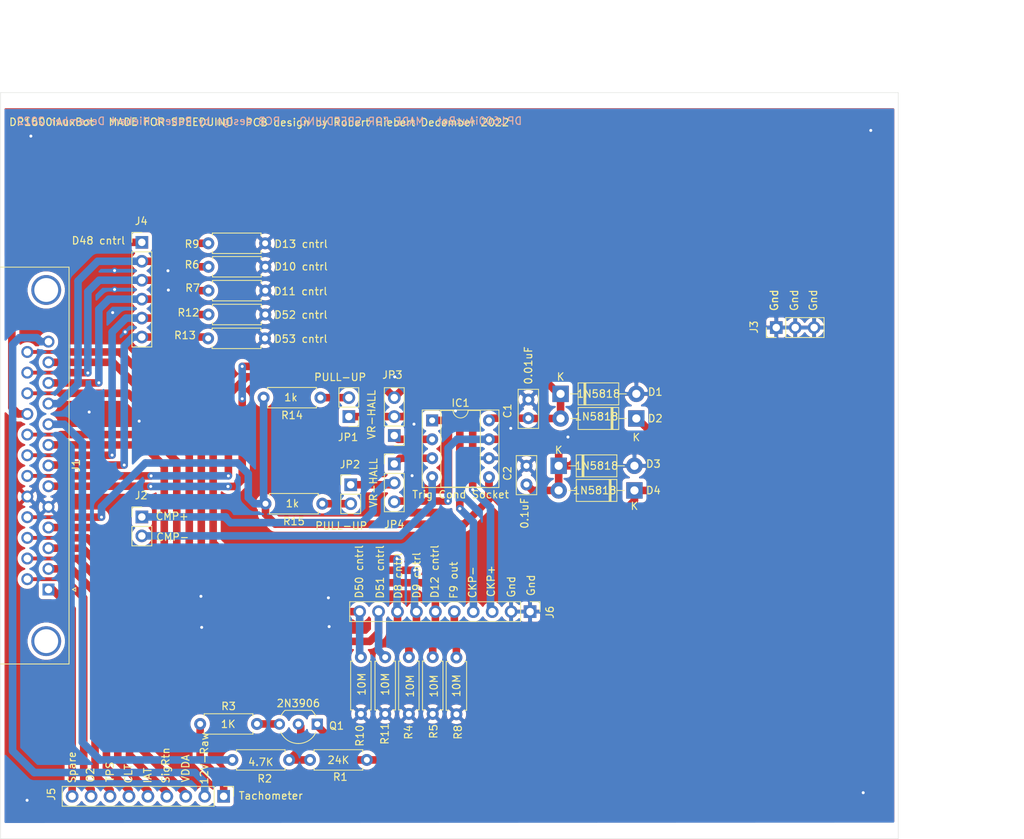
<source format=kicad_pcb>
(kicad_pcb (version 20171130) (host pcbnew "(5.1.6)-1")
  (title_block (title DP1600iAuxBot) (date 2022-11-24) (company "Robert Hiebert"))
  (layers (0 F.Cu signal hide) (31 B.Cu signal hide) (34 B.Paste user) (35 F.Paste user) (36 B.SilkS user) (37 F.SilkS user hide) (38 B.Mask user) (39 F.Mask user) (44 Edge.Cuts user))
  (net 0 "")
  (net 1 MCU-D19)
  (net 2 GND)
  (net 3 MCU-D18)
  (net 4 VDD)
  (net 5 "Net-(IC1-Pad3)")
  (net 6 "Net-(IC1-Pad2)")
  (net 7 Tachometer)
  (net 8 12V-Raw)
  (net 9 D8-control)
  (net 10 D9-control)
  (net 11 D10-control)
  (net 12 D11-control)
  (net 13 D12-control)
  (net 14 D13-control)
  (net 15 D48-control)
  (net 16 D49-control)
  (net 17 D50-control)
  (net 18 D51-control)
  (net 19 D52-control)
  (net 20 D53-control)
  (net 21 SigRtn)
  (net 22 CLT_Sensor)
  (net 23 O2_Sensor)
  (net 24 IAT_Sensor)
  (net 25 TPS_Sensor)
  (net 26 Spare-ADC)
  (net 27 "Net-(JP1-Pad2)")
  (net 28 "Net-(Q1-Pad3)")
  (net 29 "Net-(Q1-Pad2)")
  (net 30 VDDA)
  (net 31 CMP-)
  (net 32 CKP-)
  (net 33 CMP+)
  (net 34 F9-out)
  (net 35 CKP+)
  (net 36 "Net-(JP2-Pad2)")
  (module Resistor_THT:R_Axial_DIN0207_L6.3mm_D2.5mm_P7.62mm_Horizontal (layer F.Cu) (at 144.8562 82.042 180)
    (fp_text reference R15 (at 3.81 -2.37) (layer F.SilkS))
    (fp_text value 1k (at 4.0132 0.0254) (layer F.SilkS))
    (pad 2 thru_hole oval (at 7.62 0 180) (size 1.6 1.6) (drill 0.8) (layers *.Cu *.Mask) (net 4 VDD))
    (pad 1 thru_hole circle (at 0 0 180) (size 1.6 1.6) (drill 0.8) (layers *.Cu *.Mask) (net 36 "Net-(JP2-Pad2)"))
  )
  (module Resistor_THT:R_Axial_DIN0207_L6.3mm_D2.5mm_P7.62mm_Horizontal (layer F.Cu) (at 144.6022 67.818 180)
    (fp_text reference R14 (at 3.81 -2.37) (layer F.SilkS))
    (fp_text value 1k (at 3.9624 0.0254) (layer F.SilkS))
    (pad 2 thru_hole oval (at 7.62 0 180) (size 1.6 1.6) (drill 0.8) (layers *.Cu *.Mask) (net 4 VDD))
    (pad 1 thru_hole circle (at 0 0 180) (size 1.6 1.6) (drill 0.8) (layers *.Cu *.Mask) (net 27 "Net-(JP1-Pad2)"))
  )
  (module Resistor_THT:R_Axial_DIN0207_L6.3mm_D2.5mm_P7.62mm_Horizontal (layer F.Cu) (at 137.16 59.8678 180)
    (fp_text reference R13 (at 10.7188 0.4064) (layer F.SilkS))
    (fp_text value 10M)
    (pad 2 thru_hole oval (at 7.62 0 180) (size 1.6 1.6) (drill 0.8) (layers *.Cu *.Mask) (net 20 D53-control))
    (pad 1 thru_hole circle (at 0 0 180) (size 1.6 1.6) (drill 0.8) (layers *.Cu *.Mask) (net 2 GND))
  )
  (module Resistor_THT:R_Axial_DIN0207_L6.3mm_D2.5mm_P7.62mm_Horizontal (layer F.Cu) (at 137.2108 56.6674 180)
    (fp_text reference R12 (at 10.3124 0.254) (layer F.SilkS))
    (fp_text value 10M)
    (pad 2 thru_hole oval (at 7.62 0 180) (size 1.6 1.6) (drill 0.8) (layers *.Cu *.Mask) (net 19 D52-control))
    (pad 1 thru_hole circle (at 0 0 180) (size 1.6 1.6) (drill 0.8) (layers *.Cu *.Mask) (net 2 GND))
  )
  (module Resistor_THT:R_Axial_DIN0207_L6.3mm_D2.5mm_P7.62mm_Horizontal (layer F.Cu) (at 153.289 110.24616 90)
    (fp_text reference R11 (at -2.6543 -0.04826 90) (layer F.SilkS))
    (fp_text value 10M (at 3.99542 0.00254 90) (layer F.SilkS))
    (pad 2 thru_hole oval (at 7.62 0 90) (size 1.6 1.6) (drill 0.8) (layers *.Cu *.Mask) (net 18 D51-control))
    (pad 1 thru_hole circle (at 0 0 90) (size 1.6 1.6) (drill 0.8) (layers *.Cu *.Mask) (net 2 GND))
  )
  (module Resistor_THT:R_Axial_DIN0207_L6.3mm_D2.5mm_P7.62mm_Horizontal (layer F.Cu) (at 150.02764 110.24616 90)
    (fp_text reference R10 (at -2.9083 -0.1397 90) (layer F.SilkS))
    (fp_text value 10M (at 3.99542 0.1143 90) (layer F.SilkS))
    (pad 2 thru_hole oval (at 7.62 0 90) (size 1.6 1.6) (drill 0.8) (layers *.Cu *.Mask) (net 17 D50-control))
    (pad 1 thru_hole circle (at 0 0 90) (size 1.6 1.6) (drill 0.8) (layers *.Cu *.Mask) (net 2 GND))
  )
  (module Resistor_THT:R_Axial_DIN0207_L6.3mm_D2.5mm_P7.62mm_Horizontal (layer F.Cu) (at 137.1854 47.117 180)
    (fp_text reference R9 (at 9.8044 -0.1016) (layer F.SilkS))
    (fp_text value 10M)
    (pad 2 thru_hole oval (at 7.62 0 180) (size 1.6 1.6) (drill 0.8) (layers *.Cu *.Mask) (net 14 D13-control))
    (pad 1 thru_hole circle (at 0 0 180) (size 1.6 1.6) (drill 0.8) (layers *.Cu *.Mask) (net 2 GND))
  )
  (module Resistor_THT:R_Axial_DIN0207_L6.3mm_D2.5mm_P7.62mm_Horizontal (layer F.Cu) (at 162.8394 110.2868 90)
    (fp_text reference R8 (at -2.40284 0.21336 90) (layer F.SilkS))
    (fp_text value 10M (at 3.8354 0.01016 90) (layer F.SilkS))
    (pad 2 thru_hole oval (at 7.62 0 90) (size 1.6 1.6) (drill 0.8) (layers *.Cu *.Mask) (net 13 D12-control))
    (pad 1 thru_hole circle (at 0 0 90) (size 1.6 1.6) (drill 0.8) (layers *.Cu *.Mask) (net 2 GND))
  )
  (module Resistor_THT:R_Axial_DIN0207_L6.3mm_D2.5mm_P7.62mm_Horizontal (layer F.Cu) (at 137.2108 53.467 180)
    (fp_text reference R7 (at 9.7536 0.3556) (layer F.SilkS))
    (fp_text value 10M)
    (pad 2 thru_hole oval (at 7.62 0 180) (size 1.6 1.6) (drill 0.8) (layers *.Cu *.Mask) (net 12 D11-control))
    (pad 1 thru_hole circle (at 0 0 180) (size 1.6 1.6) (drill 0.8) (layers *.Cu *.Mask) (net 2 GND))
  )
  (module Resistor_THT:R_Axial_DIN0207_L6.3mm_D2.5mm_P7.62mm_Horizontal (layer F.Cu) (at 137.2108 50.2666 180)
    (fp_text reference R6 (at 9.8298 0.2794) (layer F.SilkS))
    (fp_text value 10M)
    (pad 2 thru_hole oval (at 7.62 0 180) (size 1.6 1.6) (drill 0.8) (layers *.Cu *.Mask) (net 11 D10-control))
    (pad 1 thru_hole circle (at 0 0 180) (size 1.6 1.6) (drill 0.8) (layers *.Cu *.Mask) (net 2 GND))
  )
  (module Resistor_THT:R_Axial_DIN0207_L6.3mm_D2.5mm_P7.62mm_Horizontal (layer F.Cu) (at 159.6644 110.236 90)
    (fp_text reference R5 (at -2.35204 0.11176 90) (layer F.SilkS))
    (fp_text value 10M (at 3.73888 0.16256 90) (layer F.SilkS))
    (pad 2 thru_hole oval (at 7.62 0 90) (size 1.6 1.6) (drill 0.8) (layers *.Cu *.Mask) (net 10 D9-control))
    (pad 1 thru_hole circle (at 0 0 90) (size 1.6 1.6) (drill 0.8) (layers *.Cu *.Mask) (net 2 GND))
  )
  (module Resistor_THT:R_Axial_DIN0207_L6.3mm_D2.5mm_P7.62mm_Horizontal (layer F.Cu) (at 156.464 110.236 90)
    (fp_text reference R4 (at -2.45364 -0.04064 90) (layer F.SilkS))
    (fp_text value 10M (at 3.73888 0.16256 90) (layer F.SilkS))
    (pad 2 thru_hole oval (at 7.62 0 90) (size 1.6 1.6) (drill 0.8) (layers *.Cu *.Mask) (net 9 D8-control))
    (pad 1 thru_hole circle (at 0 0 90) (size 1.6 1.6) (drill 0.8) (layers *.Cu *.Mask) (net 2 GND))
  )
  (module Resistor_THT:R_Axial_DIN0207_L6.3mm_D2.5mm_P7.62mm_Horizontal (layer F.Cu) (at 128.4732 111.5822)
    (fp_text reference R3 (at 3.81 -2.37) (layer F.SilkS))
    (fp_text value 1K (at 3.7592 0.0254) (layer F.SilkS))
    (pad 2 thru_hole oval (at 7.62 0) (size 1.6 1.6) (drill 0.8) (layers *.Cu *.Mask) (net 28 "Net-(Q1-Pad3)"))
    (pad 1 thru_hole circle (at 0 0) (size 1.6 1.6) (drill 0.8) (layers *.Cu *.Mask) (net 7 Tachometer))
  )
  (module Resistor_THT:R_Axial_DIN0207_L6.3mm_D2.5mm_P7.62mm_Horizontal (layer F.Cu) (at 132.7912 116.4082)
    (fp_text reference R2 (at 4.3434 2.5146) (layer F.SilkS))
    (fp_text value 4.7K (at 3.81 0.2921) (layer F.SilkS))
    (pad 2 thru_hole oval (at 7.62 0) (size 1.6 1.6) (drill 0.8) (layers *.Cu *.Mask) (net 29 "Net-(Q1-Pad2)"))
    (pad 1 thru_hole circle (at 0 0) (size 1.6 1.6) (drill 0.8) (layers *.Cu *.Mask) (net 16 D49-control))
  )
  (module Resistor_THT:R_Axial_DIN0207_L6.3mm_D2.5mm_P7.62mm_Horizontal (layer F.Cu) (at 143.2052 116.4082)
    (fp_text reference R1 (at 4.064 2.286) (layer F.SilkS))
    (fp_text value 24K (at 3.81 0.0254) (layer F.SilkS))
    (pad 2 thru_hole oval (at 7.62 0) (size 1.6 1.6) (drill 0.8) (layers *.Cu *.Mask) (net 34 F9-out))
    (pad 1 thru_hole circle (at 0 0) (size 1.6 1.6) (drill 0.8) (layers *.Cu *.Mask) (net 29 "Net-(Q1-Pad2)"))
  )
  (module Package_TO_SOT_THT:TO-92_Inline_Wide (layer F.Cu) (at 144.1831 111.6076 180)
    (fp_text reference Q1 (at -2.5781 -0.2286) (layer F.SilkS))
    (fp_text value 2N3906 (at 2.54 2.79) (layer F.SilkS))
    (pad 1 thru_hole rect (at 0 0 270) (size 1.5 1.5) (drill 0.8) (layers *.Cu *.Mask) (net 34 F9-out))
    (pad 3 thru_hole circle (at 5.08 0 270) (size 1.5 1.5) (drill 0.8) (layers *.Cu *.Mask) (net 28 "Net-(Q1-Pad3)"))
    (pad 2 thru_hole circle (at 2.54 0 270) (size 1.5 1.5) (drill 0.8) (layers *.Cu *.Mask) (net 29 "Net-(Q1-Pad2)"))
  )
  (module Connector_PinHeader_2.54mm:PinHeader_1x03_P2.54mm_Vertical (layer F.Cu) (at 154.5082 76.708)
    (fp_text reference JP4 (at 0 8.128) (layer F.SilkS))
    (fp_text value VR-HALL (at -2.794 2.54 90) (layer F.SilkS))
    (pad 3 thru_hole oval (at 0 5.08) (size 1.7 1.7) (drill 1) (layers *.Cu *.Mask) (net 3 MCU-D18))
    (pad 2 thru_hole oval (at 0 2.54) (size 1.7 1.7) (drill 1) (layers *.Cu *.Mask) (net 33 CMP+))
    (pad 1 thru_hole rect (at 0 0) (size 1.7 1.7) (drill 1) (layers *.Cu *.Mask) (net 5 "Net-(IC1-Pad3)"))
  )
  (module Connector_PinHeader_2.54mm:PinHeader_1x03_P2.54mm_Vertical (layer F.Cu) (at 154.5082 72.898 180)
    (fp_text reference JP3 (at 0.254 8.128) (layer F.SilkS))
    (fp_text value VR-HALL (at 3.048 2.794 90) (layer F.SilkS))
    (pad 3 thru_hole oval (at 0 5.08 180) (size 1.7 1.7) (drill 1) (layers *.Cu *.Mask) (net 1 MCU-D19))
    (pad 2 thru_hole oval (at 0 2.54 180) (size 1.7 1.7) (drill 1) (layers *.Cu *.Mask) (net 35 CKP+))
    (pad 1 thru_hole rect (at 0 0 180) (size 1.7 1.7) (drill 1) (layers *.Cu *.Mask) (net 6 "Net-(IC1-Pad2)"))
  )
  (module Connector_PinHeader_2.54mm:PinHeader_1x02_P2.54mm_Vertical (layer F.Cu) (at 148.6662 79.502)
    (fp_text reference JP2 (at -0.1016 -2.7178) (layer F.SilkS))
    (fp_text value PULL-UP (at -1.27 5.5118) (layer F.SilkS))
    (pad 2 thru_hole oval (at 0 2.54) (size 1.7 1.7) (drill 1) (layers *.Cu *.Mask) (net 36 "Net-(JP2-Pad2)"))
    (pad 1 thru_hole rect (at 0 0) (size 1.7 1.7) (drill 1) (layers *.Cu *.Mask) (net 33 CMP+))
  )
  (module Connector_PinHeader_2.54mm:PinHeader_1x02_P2.54mm_Vertical (layer F.Cu) (at 148.4122 70.358 180)
    (fp_text reference JP1 (at 0.1016 -2.7686) (layer F.SilkS))
    (fp_text value PULL-UP (at 1.1684 5.2832) (layer F.SilkS))
    (pad 2 thru_hole oval (at 0 2.54 180) (size 1.7 1.7) (drill 1) (layers *.Cu *.Mask) (net 27 "Net-(JP1-Pad2)"))
    (pad 1 thru_hole rect (at 0 0 180) (size 1.7 1.7) (drill 1) (layers *.Cu *.Mask) (net 35 CKP+))
  )
  (module Connector_PinHeader_2.54mm:PinHeader_1x10_P2.54mm_Vertical (layer F.Cu) (at 172.72 96.52 270)
    (fp_text reference J6 (at 0.0889 -2.6543 90) (layer F.SilkS))
    (fp_text value Conn_01x10)
    (pad 10 thru_hole oval (at 0 22.86 270) (size 1.7 1.7) (drill 1) (layers *.Cu *.Mask) (net 17 D50-control))
    (pad 9 thru_hole oval (at 0 20.32 270) (size 1.7 1.7) (drill 1) (layers *.Cu *.Mask) (net 18 D51-control))
    (pad 8 thru_hole oval (at 0 17.78 270) (size 1.7 1.7) (drill 1) (layers *.Cu *.Mask) (net 9 D8-control))
    (pad 7 thru_hole oval (at 0 15.24 270) (size 1.7 1.7) (drill 1) (layers *.Cu *.Mask) (net 10 D9-control))
    (pad 6 thru_hole oval (at 0 12.7 270) (size 1.7 1.7) (drill 1) (layers *.Cu *.Mask) (net 13 D12-control))
    (pad 5 thru_hole oval (at 0 10.16 270) (size 1.7 1.7) (drill 1) (layers *.Cu *.Mask) (net 34 F9-out))
    (pad 4 thru_hole oval (at 0 7.62 270) (size 1.7 1.7) (drill 1) (layers *.Cu *.Mask) (net 32 CKP-))
    (pad 3 thru_hole oval (at 0 5.08 270) (size 1.7 1.7) (drill 1) (layers *.Cu *.Mask) (net 35 CKP+))
    (pad 2 thru_hole oval (at 0 2.54 270) (size 1.7 1.7) (drill 1) (layers *.Cu *.Mask) (net 2 GND))
    (pad 1 thru_hole rect (at 0 0 270) (size 1.7 1.7) (drill 1) (layers *.Cu *.Mask) (net 2 GND))
  )
  (module Connector_PinHeader_2.54mm:PinHeader_1x09_P2.54mm_Vertical (layer F.Cu) (at 131.6228 121.285 270)
    (fp_text reference J5 (at -0.2794 23.114 90) (layer F.SilkS))
    (fp_text value Conn_01x09)
    (pad 9 thru_hole oval (at 0 20.32 270) (size 1.7 1.7) (drill 1) (layers *.Cu *.Mask) (net 26 Spare-ADC))
    (pad 8 thru_hole oval (at 0 17.78 270) (size 1.7 1.7) (drill 1) (layers *.Cu *.Mask) (net 23 O2_Sensor))
    (pad 7 thru_hole oval (at 0 15.24 270) (size 1.7 1.7) (drill 1) (layers *.Cu *.Mask) (net 25 TPS_Sensor))
    (pad 6 thru_hole oval (at 0 12.7 270) (size 1.7 1.7) (drill 1) (layers *.Cu *.Mask) (net 22 CLT_Sensor))
    (pad 5 thru_hole oval (at 0 10.16 270) (size 1.7 1.7) (drill 1) (layers *.Cu *.Mask) (net 24 IAT_Sensor))
    (pad 4 thru_hole oval (at 0 7.62 270) (size 1.7 1.7) (drill 1) (layers *.Cu *.Mask) (net 21 SigRtn))
    (pad 3 thru_hole oval (at 0 5.08 270) (size 1.7 1.7) (drill 1) (layers *.Cu *.Mask) (net 30 VDDA))
    (pad 2 thru_hole oval (at 0 2.54 270) (size 1.7 1.7) (drill 1) (layers *.Cu *.Mask) (net 8 12V-Raw))
    (pad 1 thru_hole rect (at 0 0 270) (size 1.7 1.7) (drill 1) (layers *.Cu *.Mask) (net 7 Tachometer))
  )
  (module Connector_PinHeader_2.54mm:PinHeader_1x06_P2.54mm_Vertical (layer F.Cu) (at 120.65 46.99)
    (fp_text reference J4 (at -0.0889 -2.8448) (layer F.SilkS))
    (fp_text value Conn_01x06)
    (pad 6 thru_hole oval (at 0 12.7) (size 1.7 1.7) (drill 1) (layers *.Cu *.Mask) (net 20 D53-control))
    (pad 5 thru_hole oval (at 0 10.16) (size 1.7 1.7) (drill 1) (layers *.Cu *.Mask) (net 19 D52-control))
    (pad 4 thru_hole oval (at 0 7.62) (size 1.7 1.7) (drill 1) (layers *.Cu *.Mask) (net 12 D11-control))
    (pad 3 thru_hole oval (at 0 5.08) (size 1.7 1.7) (drill 1) (layers *.Cu *.Mask) (net 11 D10-control))
    (pad 2 thru_hole oval (at 0 2.54) (size 1.7 1.7) (drill 1) (layers *.Cu *.Mask) (net 14 D13-control))
    (pad 1 thru_hole rect (at 0 0) (size 1.7 1.7) (drill 1) (layers *.Cu *.Mask) (net 15 D48-control))
  )
  (module Connector_PinHeader_2.54mm:PinHeader_1x03_P2.54mm_Vertical (layer F.Cu) (at 205.74 58.42 90)
    (fp_text reference J3 (at 0.0635 -2.9845 90) (layer F.SilkS))
    (fp_text value Conn_01x03)
    (pad 3 thru_hole oval (at 0 5.08 90) (size 1.7 1.7) (drill 1) (layers *.Cu *.Mask) (net 2 GND))
    (pad 2 thru_hole oval (at 0 2.54 90) (size 1.7 1.7) (drill 1) (layers *.Cu *.Mask) (net 2 GND))
    (pad 1 thru_hole rect (at 0 0 90) (size 1.7 1.7) (drill 1) (layers *.Cu *.Mask) (net 2 GND))
  )
  (module Connector_PinHeader_2.54mm:PinHeader_1x02_P2.54mm_Vertical (layer F.Cu) (at 120.65 83.82)
    (fp_text reference J2 (at -0.0889 -2.8829) (layer F.SilkS))
    (fp_text value Conn_01x02)
    (pad 2 thru_hole oval (at 0 2.54) (size 1.7 1.7) (drill 1) (layers *.Cu *.Mask) (net 31 CMP-))
    (pad 1 thru_hole rect (at 0 0) (size 1.7 1.7) (drill 1) (layers *.Cu *.Mask) (net 33 CMP+))
  )
  (module Package_DIP:DIP-8_W7.62mm_Socket (layer F.Cu) (at 159.5882 70.866)
    (fp_text reference IC1 (at 3.81 -2.33) (layer F.SilkS))
    (fp_text value "Trig Cond Socket" (at 3.81 9.95) (layer F.SilkS))
    (pad 8 thru_hole oval (at 7.62 0) (size 1.6 1.6) (drill 0.8) (layers *.Cu *.Mask) (net 1 MCU-D19))
    (pad 4 thru_hole oval (at 0 7.62) (size 1.6 1.6) (drill 0.8) (layers *.Cu *.Mask) (net 31 CMP-))
    (pad 7 thru_hole oval (at 7.62 2.54) (size 1.6 1.6) (drill 0.8) (layers *.Cu *.Mask) (net 3 MCU-D18))
    (pad 3 thru_hole oval (at 0 5.08) (size 1.6 1.6) (drill 0.8) (layers *.Cu *.Mask) (net 5 "Net-(IC1-Pad3)"))
    (pad 6 thru_hole oval (at 7.62 5.08) (size 1.6 1.6) (drill 0.8) (layers *.Cu *.Mask) (net 2 GND))
    (pad 2 thru_hole oval (at 0 2.54) (size 1.6 1.6) (drill 0.8) (layers *.Cu *.Mask) (net 6 "Net-(IC1-Pad2)"))
    (pad 5 thru_hole oval (at 7.62 7.62) (size 1.6 1.6) (drill 0.8) (layers *.Cu *.Mask) (net 4 VDD))
    (pad 1 thru_hole rect (at 0 0) (size 1.6 1.6) (drill 0.8) (layers *.Cu *.Mask) (net 32 CKP-))
  )
  (module Diode_THT:D_DO-41_SOD81_P10.16mm_Horizontal (layer F.Cu) (at 186.7154 80.264 180)
    (fp_text reference D4 (at -2.54 0) (layer F.SilkS))
    (fp_text value 1N5818 (at 5.334 0) (layer F.SilkS))
    (fp_text user K (at 0 -2.1) (layer F.SilkS))
    (pad 2 thru_hole oval (at 10.16 0 180) (size 2.2 2.2) (drill 1.1) (layers *.Cu *.Mask) (net 3 MCU-D18))
    (pad 1 thru_hole rect (at 0 0 180) (size 2.2 2.2) (drill 1.1) (layers *.Cu *.Mask) (net 4 VDD))
  )
  (module Diode_THT:D_DO-41_SOD81_P10.16mm_Horizontal (layer F.Cu) (at 176.5554 76.962)
    (fp_text reference D3 (at 12.7 -0.254) (layer F.SilkS))
    (fp_text value 1N5818 (at 5.08 0) (layer F.SilkS))
    (fp_text user K (at 0 -2.1) (layer F.SilkS))
    (pad 2 thru_hole oval (at 10.16 0) (size 2.2 2.2) (drill 1.1) (layers *.Cu *.Mask) (net 2 GND))
    (pad 1 thru_hole rect (at 0 0) (size 2.2 2.2) (drill 1.1) (layers *.Cu *.Mask) (net 3 MCU-D18))
  )
  (module Diode_THT:D_DO-41_SOD81_P10.16mm_Horizontal (layer F.Cu) (at 186.9694 70.612 180)
    (fp_text reference D2 (at -2.54 0) (layer F.SilkS))
    (fp_text value 1N5818 (at 5.334 0.254) (layer F.SilkS))
    (fp_text user K (at 0 -2.54) (layer F.SilkS))
    (pad 2 thru_hole oval (at 10.16 0 180) (size 2.2 2.2) (drill 1.1) (layers *.Cu *.Mask) (net 1 MCU-D19))
    (pad 1 thru_hole rect (at 0 0 180) (size 2.2 2.2) (drill 1.1) (layers *.Cu *.Mask) (net 4 VDD))
  )
  (module Diode_THT:D_DO-41_SOD81_P10.16mm_Horizontal (layer F.Cu) (at 176.8094 67.31)
    (fp_text reference D1 (at 12.7 -0.254) (layer F.SilkS))
    (fp_text value 1N5818 (at 5.08 0) (layer F.SilkS))
    (fp_text user K (at 0 -2.286) (layer F.SilkS))
    (pad 2 thru_hole oval (at 10.16 0) (size 2.2 2.2) (drill 1.1) (layers *.Cu *.Mask) (net 2 GND))
    (pad 1 thru_hole rect (at 0 0) (size 2.2 2.2) (drill 1.1) (layers *.Cu *.Mask) (net 1 MCU-D19))
  )
  (module Capacitor_THT:C_Disc_D5.0mm_W2.5mm_P2.50mm (layer F.Cu) (at 172.2374 76.962 270)
    (fp_text reference C2 (at 1.016 2.54 90) (layer F.SilkS))
    (fp_text value 0.1uF (at 6.35 0.254 90) (layer F.SilkS))
    (pad 2 thru_hole circle (at 2.5 0 270) (size 1.6 1.6) (drill 0.8) (layers *.Cu *.Mask) (net 3 MCU-D18))
    (pad 1 thru_hole circle (at 0 0 270) (size 1.6 1.6) (drill 0.8) (layers *.Cu *.Mask) (net 2 GND))
  )
  (module Capacitor_THT:C_Disc_D5.0mm_W2.5mm_P2.50mm (layer F.Cu) (at 172.4914 68.072 270)
    (fp_text reference C1 (at 1.524 2.794 90) (layer F.SilkS))
    (fp_text value 0.01uF (at -4.572 0 90) (layer F.SilkS))
    (pad 2 thru_hole circle (at 2.5 0 270) (size 1.6 1.6) (drill 0.8) (layers *.Cu *.Mask) (net 1 MCU-D19))
    (pad 1 thru_hole circle (at 0 0 270) (size 1.6 1.6) (drill 0.8) (layers *.Cu *.Mask) (net 2 GND))
  )
  (module Connector_Dsub:DSUB-25_Female_Horizontal_P2.77x2.84mm_EdgePinOffset4.94mm_Housed_MountingHolesOffset7.48mm (layer F.Cu) (at 108.1278 93.5482 270)
    (fp_text reference J1 (at -16.62 -3.7 90) (layer F.SilkS))
    (fp_text value DB25_Female)
    (pad 0 thru_hole circle (at 6.93 0.3 270) (size 4 4) (drill 3.2) (layers *.Cu *.Mask))
    (pad 0 thru_hole circle (at -40.17 0.3 270) (size 4 4) (drill 3.2) (layers *.Cu *.Mask))
    (pad 25 thru_hole circle (at -31.855 2.84 270) (size 1.6 1.6) (drill 1) (layers *.Cu *.Mask) (net 9 D8-control))
    (pad 24 thru_hole circle (at -29.085 2.84 270) (size 1.6 1.6) (drill 1) (layers *.Cu *.Mask) (net 11 D10-control))
    (pad 23 thru_hole circle (at -26.315 2.84 270) (size 1.6 1.6) (drill 1) (layers *.Cu *.Mask) (net 13 D12-control))
    (pad 22 thru_hole circle (at -23.545 2.84 270) (size 1.6 1.6) (drill 1) (layers *.Cu *.Mask) (net 15 D48-control))
    (pad 21 thru_hole circle (at -20.775 2.84 270) (size 1.6 1.6) (drill 1) (layers *.Cu *.Mask) (net 17 D50-control))
    (pad 20 thru_hole circle (at -18.005 2.84 270) (size 1.6 1.6) (drill 1) (layers *.Cu *.Mask) (net 19 D52-control))
    (pad 19 thru_hole circle (at -15.235 2.84 270) (size 1.6 1.6) (drill 1) (layers *.Cu *.Mask) (net 1 MCU-D19))
    (pad 18 thru_hole circle (at -12.465 2.84 270) (size 1.6 1.6) (drill 1) (layers *.Cu *.Mask) (net 2 GND))
    (pad 17 thru_hole circle (at -9.695 2.84 270) (size 1.6 1.6) (drill 1) (layers *.Cu *.Mask) (net 4 VDD))
    (pad 16 thru_hole circle (at -6.925 2.84 270) (size 1.6 1.6) (drill 1) (layers *.Cu *.Mask) (net 21 SigRtn))
    (pad 15 thru_hole circle (at -4.155 2.84 270) (size 1.6 1.6) (drill 1) (layers *.Cu *.Mask) (net 22 CLT_Sensor))
    (pad 14 thru_hole circle (at -1.385 2.84 270) (size 1.6 1.6) (drill 1) (layers *.Cu *.Mask) (net 23 O2_Sensor))
    (pad 13 thru_hole circle (at -33.24 0 270) (size 1.6 1.6) (drill 1) (layers *.Cu *.Mask) (net 8 12V-Raw))
    (pad 12 thru_hole circle (at -30.47 0 270) (size 1.6 1.6) (drill 1) (layers *.Cu *.Mask) (net 10 D9-control))
    (pad 11 thru_hole circle (at -27.7 0 270) (size 1.6 1.6) (drill 1) (layers *.Cu *.Mask) (net 12 D11-control))
    (pad 10 thru_hole circle (at -24.93 0 270) (size 1.6 1.6) (drill 1) (layers *.Cu *.Mask) (net 14 D13-control))
    (pad 9 thru_hole circle (at -22.16 0 270) (size 1.6 1.6) (drill 1) (layers *.Cu *.Mask) (net 16 D49-control))
    (pad 8 thru_hole circle (at -19.39 0 270) (size 1.6 1.6) (drill 1) (layers *.Cu *.Mask) (net 18 D51-control))
    (pad 7 thru_hole circle (at -16.62 0 270) (size 1.6 1.6) (drill 1) (layers *.Cu *.Mask) (net 20 D53-control))
    (pad 6 thru_hole circle (at -13.85 0 270) (size 1.6 1.6) (drill 1) (layers *.Cu *.Mask) (net 3 MCU-D18))
    (pad 5 thru_hole circle (at -11.08 0 270) (size 1.6 1.6) (drill 1) (layers *.Cu *.Mask) (net 2 GND))
    (pad 4 thru_hole circle (at -8.31 0 270) (size 1.6 1.6) (drill 1) (layers *.Cu *.Mask) (net 30 VDDA))
    (pad 3 thru_hole circle (at -5.54 0 270) (size 1.6 1.6) (drill 1) (layers *.Cu *.Mask) (net 24 IAT_Sensor))
    (pad 2 thru_hole circle (at -2.77 0 270) (size 1.6 1.6) (drill 1) (layers *.Cu *.Mask) (net 25 TPS_Sensor))
    (pad 1 thru_hole rect (at 0 0 270) (size 1.6 1.6) (drill 1) (layers *.Cu *.Mask) (net 26 Spare-ADC))
  )
  (gr_text DP1600iAuxBot (at 165.9636 30.7086) (layer B.SilkS) (effects (font (size 1 1)) (justify mirror)))
  (gr_text DP1600iAuxBot (at 108.5342 30.861) (layer F.SilkS) (effects (font (size 1 1))))
  (gr_text "MADE FOR SPEEDUINO" (at 150.1394 30.7594) (layer B.SilkS) (effects (font (size 1 1)) (justify mirror)))
  (gr_text "PCB design by Robert Hiebert December 2022" (at 121.539 30.734) (layer B.SilkS) (effects (font (size 1 1)) (justify mirror)))
  (gr_text "PCB design by Robert Hiebert December 2022" (at 152.2222 30.9118) (layer F.SilkS) (effects (font (size 1 1))))
  (gr_text "MADE FOR SPEEDUINO" (at 124.5616 30.861) (layer F.SilkS) (effects (font (size 1 1))))
  (gr_text "D53 cntrl" (at 141.986 59.944) (layer F.SilkS) (effects (font (size 1 1))))
  (gr_text "D52 cntrl" (at 141.986 56.7182) (layer F.SilkS) (effects (font (size 1 1))))
  (gr_text "D11 cntrl" (at 141.9606 53.5686) (layer F.SilkS) (effects (font (size 1 1))))
  (gr_text "D10 cntrl" (at 142.0114 50.2412) (layer F.SilkS) (effects (font (size 1 1))))
  (gr_text "D13 cntrl" (at 142.0114 47.2186) (layer F.SilkS) (effects (font (size 1 1))))
  (gr_text "D48 cntrl" (at 114.8334 46.7614) (layer F.SilkS) (effects (font (size 1 1))))
  (gr_text CMP- (at 124.7902 86.5124) (layer F.SilkS) (effects (font (size 1 1))))
  (gr_text CMP+ (at 124.714 83.7184) (layer F.SilkS) (effects (font (size 1 1))))
  (gr_text Spare (at 111.2774 117.3988 90) (layer F.SilkS) (effects (font (size 1 1))))
  (gr_text O2 (at 113.7412 118.4148 90) (layer F.SilkS) (effects (font (size 1 1))))
  (gr_text TPS (at 116.3828 118.0084 90) (layer F.SilkS) (effects (font (size 1 1))))
  (gr_text CLT (at 118.8466 118.2624 90) (layer F.SilkS) (effects (font (size 1 1))))
  (gr_text IAT (at 121.4374 118.491 90) (layer F.SilkS) (effects (font (size 1 1))))
  (gr_text SigRtn (at 123.8504 117.1448 90) (layer F.SilkS) (effects (font (size 1 1))))
  (gr_text VDDA (at 126.5174 117.5512 90) (layer F.SilkS) (effects (font (size 1 1))))
  (gr_text 12V-Raw (at 129.032 116.205 90) (layer F.SilkS) (effects (font (size 1 1))))
  (gr_text Tachometer (at 137.9474 121.2088) (layer F.SilkS) (effects (font (size 1 1))))
  (gr_text "D50 cntrl" (at 149.8092 91.1606 90) (layer F.SilkS) (effects (font (size 1 1))))
  (gr_text "D51 cntrl" (at 152.6032 91.186 90) (layer F.SilkS) (effects (font (size 1 1))))
  (gr_text "D8 cntrl" (at 155.0416 91.694 90) (layer F.SilkS) (effects (font (size 1 1))))
  (gr_text "D9 cntrl" (at 157.5054 91.6432 90) (layer F.SilkS) (effects (font (size 1 1))))
  (gr_text "D12 cntrl" (at 159.9438 91.1352 90) (layer F.SilkS) (effects (font (size 1 1))))
  (gr_text "F9 out" (at 162.4838 92.3036 90) (layer F.SilkS) (effects (font (size 1 1))))
  (gr_text CKP- (at 164.9984 92.583 90) (layer F.SilkS) (effects (font (size 1 1))))
  (gr_text CKP+ (at 167.4876 92.4306 90) (layer F.SilkS) (effects (font (size 1 1))))
  (gr_text Gnd (at 170.2054 93.1926 90) (layer F.SilkS) (effects (font (size 1.016 1.016) (thickness 0.1524))))
  (gr_text Gnd (at 172.847 92.9894 90) (layer F.SilkS) (effects (font (size 1.016 1.016) (thickness 0.1524))))
  (gr_text Gnd (at 210.693 54.7624 90) (layer F.SilkS) (effects (font (size 1.016 1.016) (thickness 0.1524))))
  (gr_text Gnd (at 208.153 54.7624 90) (layer F.SilkS) (effects (font (size 1.016 1.016) (thickness 0.1524))))
  (gr_text Gnd (at 205.4606 54.7624 90) (layer F.SilkS) (effects (font (size 1.016 1.016) (thickness 0.1524))))
  (gr_text Gnd (at 205.4606 54.7624 90) (layer F.SilkS) (effects (font (size 1.016 1.016) (thickness 0.1524))))
  (gr_line (start 101.7016 26.8986) (end 101.7016 126.9746) (layer Edge.Cuts) (width 0.05))
  (gr_line (start 222.0976 126.9746) (end 101.7016 126.9746) (layer Edge.Cuts) (width 0.05))
  (gr_line (start 222.0976 26.8986) (end 222.0976 126.9746) (layer Edge.Cuts) (width 0.05))
  (gr_line (start 101.7016 26.8986) (end 222.0976 26.8986) (layer Edge.Cuts) (width 0.05))
  (segment (start 105.2878 78.3132) (end 109.8981 78.3132) (width 0.508) (layer F.Cu) (net 1))
  (via (at 121.8946 78.3082) (size 0.8) (drill 0.4) (layers F.Cu B.Cu) (net 1))
  (segment (start 109.8981 78.3132) (end 121.8896 78.3132) (width 1.016) (layer F.Cu) (net 1))
  (segment (start 121.8896 78.3132) (end 121.8946 78.3082) (width 1.016) (layer F.Cu) (net 1))
  (via (at 132.2578 78.3082) (size 0.8) (drill 0.4) (layers F.Cu B.Cu) (net 1))
  (segment (start 121.8946 78.3082) (end 132.2578 78.3082) (width 1.016) (layer B.Cu) (net 1))
  (segment (start 176.8094 67.31) (end 176.784 67.2846) (width 1.016) (layer F.Cu) (net 1))
  (segment (start 176.8094 67.31) (end 176.8094 70.612) (width 1.016) (layer F.Cu) (net 1))
  (segment (start 172.5314 70.612) (end 172.4914 70.572) (width 1.016) (layer F.Cu) (net 1))
  (segment (start 176.8094 70.612) (end 172.5314 70.612) (width 1.016) (layer F.Cu) (net 1))
  (segment (start 167.5022 70.572) (end 167.2082 70.866) (width 1.016) (layer F.Cu) (net 1))
  (segment (start 172.4914 70.572) (end 167.5022 70.572) (width 1.016) (layer F.Cu) (net 1))
  (segment (start 154.5082 67.818) (end 157.3022 65.024) (width 1.016) (layer F.Cu) (net 1))
  (segment (start 157.3022 65.024) (end 174.244 65.024) (width 1.016) (layer F.Cu) (net 1))
  (segment (start 176.53 67.31) (end 176.8094 67.31) (width 1.016) (layer F.Cu) (net 1))
  (segment (start 174.244 65.024) (end 176.53 67.31) (width 1.016) (layer F.Cu) (net 1))
  (segment (start 154.5082 67.818) (end 151.7142 65.024) (width 1.016) (layer F.Cu) (net 1))
  (segment (start 151.7142 65.024) (end 134.7216 65.024) (width 1.016) (layer F.Cu) (net 1))
  (segment (start 132.2578 67.4878) (end 132.2578 78.3082) (width 1.016) (layer F.Cu) (net 1))
  (segment (start 134.7216 65.024) (end 132.2578 67.4878) (width 1.016) (layer F.Cu) (net 1))
  (via (at 116.9924 50.7746) (size 0.8) (drill 0.4) (layers F.Cu B.Cu) (net 2))
  (via (at 116.9924 53.3146) (size 0.8) (drill 0.4) (layers F.Cu B.Cu) (net 2))
  (via (at 116.7384 56.4134) (size 0.8) (drill 0.4) (layers F.Cu B.Cu) (net 2))
  (via (at 118.4148 59.0042) (size 0.8) (drill 0.4) (layers F.Cu B.Cu) (net 2))
  (via (at 145.669 94.6658) (size 0.8) (drill 0.4) (layers F.Cu B.Cu) (net 2))
  (via (at 128.5748 94.4626) (size 0.8) (drill 0.4) (layers F.Cu B.Cu) (net 2))
  (via (at 128.6764 98.6282) (size 0.8) (drill 0.4) (layers F.Cu B.Cu) (net 2))
  (via (at 145.7706 98.5266) (size 0.8) (drill 0.4) (layers F.Cu B.Cu) (net 2))
  (via (at 177.8 73.1012) (size 0.8) (drill 0.4) (layers F.Cu B.Cu) (net 2))
  (via (at 170.1292 71.9328) (size 0.8) (drill 0.4) (layers F.Cu B.Cu) (net 2))
  (via (at 162.7124 69.596) (size 0.8) (drill 0.4) (layers F.Cu B.Cu) (net 2))
  (via (at 157.1498 71.374) (size 0.8) (drill 0.4) (layers F.Cu B.Cu) (net 2))
  (via (at 156.8958 78.2828) (size 0.8) (drill 0.4) (layers F.Cu B.Cu) (net 2))
  (via (at 154.559 65.024) (size 0.8) (drill 0.4) (layers F.Cu B.Cu) (net 2))
  (via (at 120.2944 70.9676) (size 0.8) (drill 0.4) (layers F.Cu B.Cu) (net 2))
  (via (at 113.5888 69.7484) (size 0.8) (drill 0.4) (layers F.Cu B.Cu) (net 2))
  (via (at 124.1552 50.8) (size 0.8) (drill 0.4) (layers F.Cu B.Cu) (net 2))
  (via (at 124.206 53.3908) (size 0.8) (drill 0.4) (layers F.Cu B.Cu) (net 2))
  (via (at 218.4146 31.9786) (size 0.8) (drill 0.4) (layers F.Cu B.Cu) (net 2))
  (via (at 105.7656 32.7406) (size 0.8) (drill 0.4) (layers F.Cu B.Cu) (net 2))
  (via (at 105.2576 121.8184) (size 0.8) (drill 0.4) (layers F.Cu B.Cu) (net 2))
  (via (at 217.3986 120.8024) (size 0.8) (drill 0.4) (layers F.Cu B.Cu) (net 2))
  (segment (start 176.5554 76.962) (end 176.5554 80.264) (width 1.016) (layer F.Cu) (net 3))
  (segment (start 173.0394 80.264) (end 172.2374 79.462) (width 1.016) (layer F.Cu) (net 3))
  (segment (start 176.5554 80.264) (end 173.0394 80.264) (width 1.016) (layer F.Cu) (net 3))
  (segment (start 167.2082 73.406) (end 175.1838 73.406) (width 1.016) (layer F.Cu) (net 3))
  (segment (start 176.5554 74.7776) (end 176.5554 76.962) (width 1.016) (layer F.Cu) (net 3))
  (segment (start 175.1838 73.406) (end 176.5554 74.7776) (width 1.016) (layer F.Cu) (net 3))
  (segment (start 167.2082 73.406) (end 164.465 73.406) (width 1.016) (layer B.Cu) (net 3))
  (segment (start 162.91236 73.406) (end 161.7218 74.59656) (width 1.016) (layer B.Cu) (net 3))
  (segment (start 164.465 73.406) (end 162.91236 73.406) (width 1.016) (layer B.Cu) (net 3))
  (segment (start 161.7218 74.59656) (end 161.7218 81.6864) (width 1.016) (layer B.Cu) (net 3))
  (segment (start 161.7218 81.6864) (end 161.7218 81.6864) (width 1.016) (layer B.Cu) (net 3))
  (via (at 161.7218 81.6864) (size 0.8) (drill 0.4) (layers F.Cu B.Cu) (net 3))
  (segment (start 154.6098 81.6864) (end 154.5082 81.788) (width 1.016) (layer F.Cu) (net 3))
  (segment (start 161.7218 81.6864) (end 154.6098 81.6864) (width 1.016) (layer F.Cu) (net 3))
  (segment (start 121.8438 79.7306) (end 132.207 79.7306) (width 1.016) (layer B.Cu) (net 3))
  (segment (start 121.8114 79.6982) (end 121.8438 79.7306) (width 1.016) (layer F.Cu) (net 3))
  (segment (start 108.1278 79.6982) (end 121.8114 79.6982) (width 1.016) (layer F.Cu) (net 3))
  (via (at 121.8438 79.7306) (size 0.8) (drill 0.4) (layers F.Cu B.Cu) (net 3))
  (segment (start 132.207 79.7306) (end 132.207 79.7306) (width 1.016) (layer B.Cu) (net 3))
  (via (at 132.207 79.7306) (size 0.8) (drill 0.4) (layers F.Cu B.Cu) (net 3))
  (segment (start 132.207 79.7306) (end 132.2578 79.7306) (width 1.016) (layer B.Cu) (net 3))
  (via (at 132.207 79.7306) (size 0.8) (drill 0.4) (layers F.Cu B.Cu) (net 3))
  (segment (start 132.207 79.7306) (end 133.1722 79.7306) (width 1.016) (layer F.Cu) (net 3))
  (via (at 134.112 67.9704) (size 0.8) (drill 0.4) (layers F.Cu B.Cu) (net 3))
  (segment (start 133.1722 79.7306) (end 134.112 78.7908) (width 1.016) (layer F.Cu) (net 3))
  (segment (start 134.112 78.7908) (end 134.112 67.9704) (width 1.016) (layer F.Cu) (net 3))
  (segment (start 134.112 67.9704) (end 134.112 66.8274) (width 1.016) (layer B.Cu) (net 3))
  (via (at 134.112 63.627) (size 0.8) (drill 0.4) (layers F.Cu B.Cu) (net 3))
  (segment (start 134.112 66.8274) (end 134.112 63.627) (width 1.016) (layer B.Cu) (net 3))
  (segment (start 134.112 63.627) (end 177.9778 63.627) (width 1.016) (layer F.Cu) (net 3))
  (segment (start 177.9778 63.627) (end 179.6288 65.278) (width 1.016) (layer F.Cu) (net 3))
  (segment (start 179.6288 65.278) (end 179.6288 75.438) (width 1.016) (layer F.Cu) (net 3))
  (segment (start 178.1048 76.962) (end 176.5554 76.962) (width 1.016) (layer F.Cu) (net 3))
  (segment (start 179.6288 75.438) (end 178.1048 76.962) (width 1.016) (layer F.Cu) (net 3))
  (segment (start 105.2878 83.8532) (end 109.812 83.8532) (width 0.508) (layer F.Cu) (net 4))
  (via (at 115.2398 83.8454) (size 0.8) (drill 0.4) (layers F.Cu B.Cu) (net 4))
  (segment (start 109.812 83.8532) (end 109.8198 83.8454) (width 1.016) (layer F.Cu) (net 4))
  (segment (start 109.8198 83.8454) (end 115.2398 83.8454) (width 1.016) (layer F.Cu) (net 4))
  (segment (start 186.9694 70.612) (end 187.0964 70.612) (width 1.016) (layer F.Cu) (net 4))
  (segment (start 187.0964 70.612) (end 189.611 73.1266) (width 1.016) (layer F.Cu) (net 4))
  (segment (start 189.611 73.1266) (end 189.611 79.2988) (width 1.016) (layer F.Cu) (net 4))
  (segment (start 188.6458 80.264) (end 186.7154 80.264) (width 1.016) (layer F.Cu) (net 4))
  (segment (start 189.611 79.2988) (end 188.6458 80.264) (width 1.016) (layer F.Cu) (net 4))
  (segment (start 186.7154 80.264) (end 186.7154 81.6356) (width 1.016) (layer F.Cu) (net 4))
  (segment (start 186.7154 81.6356) (end 185.3438 83.0072) (width 1.016) (layer F.Cu) (net 4))
  (segment (start 185.3438 83.0072) (end 169.799 83.0072) (width 1.016) (layer F.Cu) (net 4))
  (segment (start 167.2082 80.4164) (end 167.2082 78.486) (width 1.016) (layer F.Cu) (net 4))
  (segment (start 169.799 83.0072) (end 167.2082 80.4164) (width 1.016) (layer F.Cu) (net 4))
  (segment (start 167.2082 78.486) (end 167.2082 81.4578) (width 1.016) (layer F.Cu) (net 4))
  (segment (start 167.2082 81.4578) (end 163.8808 84.7852) (width 1.016) (layer F.Cu) (net 4))
  (segment (start 163.8808 84.7852) (end 138.557 84.7852) (width 1.016) (layer F.Cu) (net 4))
  (segment (start 137.2362 83.4644) (end 137.2362 82.042) (width 1.016) (layer F.Cu) (net 4))
  (segment (start 138.557 84.7852) (end 137.2362 83.4644) (width 1.016) (layer F.Cu) (net 4))
  (segment (start 136.9822 81.788) (end 137.2362 82.042) (width 1.016) (layer B.Cu) (net 4))
  (segment (start 136.9822 67.818) (end 136.9822 81.788) (width 1.016) (layer B.Cu) (net 4))
  (segment (start 135.7376 82.042) (end 137.2362 82.042) (width 1.016) (layer B.Cu) (net 4))
  (segment (start 134.9248 81.2292) (end 135.7376 82.042) (width 1.016) (layer B.Cu) (net 4))
  (segment (start 121.1326 76.581) (end 133.477 76.581) (width 1.016) (layer B.Cu) (net 4))
  (segment (start 115.2398 83.8454) (end 115.2398 82.4738) (width 1.016) (layer B.Cu) (net 4))
  (segment (start 134.9248 78.0288) (end 134.9248 81.2292) (width 1.016) (layer B.Cu) (net 4))
  (segment (start 115.2398 82.4738) (end 121.1326 76.581) (width 1.016) (layer B.Cu) (net 4))
  (segment (start 133.477 76.581) (end 134.9248 78.0288) (width 1.016) (layer B.Cu) (net 4))
  (segment (start 155.2702 75.946) (end 154.5082 76.708) (width 1.016) (layer F.Cu) (net 5))
  (segment (start 159.5882 75.946) (end 155.2702 75.946) (width 1.016) (layer F.Cu) (net 5))
  (segment (start 155.0162 73.406) (end 154.5082 72.898) (width 1.016) (layer F.Cu) (net 6))
  (segment (start 159.5882 73.406) (end 155.0162 73.406) (width 1.016) (layer F.Cu) (net 6))
  (segment (start 128.4732 111.5822) (end 128.4732 116.2304) (width 1.016) (layer F.Cu) (net 7))
  (segment (start 131.6228 119.38) (end 131.6228 121.285) (width 1.016) (layer F.Cu) (net 7))
  (segment (start 128.4732 116.2304) (end 131.6228 119.38) (width 1.016) (layer F.Cu) (net 7))
  (segment (start 108.1278 60.3082) (end 107.6538 60.3082) (width 1.016) (layer B.Cu) (net 8))
  (segment (start 127.762 118.0973) (end 129.0828 119.4181) (width 1.016) (layer B.Cu) (net 8))
  (segment (start 106.2101 118.0973) (end 127.762 118.0973) (width 1.016) (layer B.Cu) (net 8))
  (segment (start 107.095 60.3082) (end 106.5657 59.7789) (width 1.016) (layer B.Cu) (net 8))
  (segment (start 106.5657 59.7789) (end 104.2289 59.7789) (width 1.016) (layer B.Cu) (net 8))
  (segment (start 129.0828 119.4181) (end 129.0828 121.285) (width 1.016) (layer B.Cu) (net 8))
  (segment (start 103.3145 115.2017) (end 106.2101 118.0973) (width 1.016) (layer B.Cu) (net 8))
  (segment (start 103.3145 60.6933) (end 103.3145 115.2017) (width 1.016) (layer B.Cu) (net 8))
  (segment (start 108.1278 60.3082) (end 107.095 60.3082) (width 1.016) (layer B.Cu) (net 8))
  (segment (start 104.2289 59.7789) (end 103.3145 60.6933) (width 1.016) (layer B.Cu) (net 8))
  (segment (start 105.2878 61.6932) (end 109.8008 61.6932) (width 0.508) (layer F.Cu) (net 9))
  (segment (start 109.8008 61.6932) (end 117.878 61.6932) (width 1.016) (layer F.Cu) (net 9))
  (segment (start 130.2131 74.226304) (end 130.2131 87.2871) (width 1.016) (layer F.Cu) (net 9))
  (via (at 154.8765 89.4461) (size 0.8) (drill 0.4) (layers F.Cu B.Cu) (net 9))
  (segment (start 130.2131 87.2871) (end 132.3721 89.4461) (width 1.016) (layer F.Cu) (net 9))
  (segment (start 132.3721 89.4461) (end 154.8765 89.4461) (width 1.016) (layer F.Cu) (net 9))
  (segment (start 154.8765 96.4565) (end 154.94 96.52) (width 1.016) (layer B.Cu) (net 9))
  (segment (start 154.8765 89.4461) (end 154.8765 96.4565) (width 1.016) (layer B.Cu) (net 9))
  (segment (start 117.878 61.891204) (end 130.2131 74.226304) (width 1.016) (layer F.Cu) (net 9))
  (segment (start 117.878 61.6932) (end 117.878 61.891204) (width 1.016) (layer F.Cu) (net 9))
  (segment (start 154.94 96.52) (end 154.94 99.7204) (width 1.016) (layer F.Cu) (net 9))
  (segment (start 156.464 101.2444) (end 156.464 102.616) (width 1.016) (layer F.Cu) (net 9))
  (segment (start 154.94 99.7204) (end 156.464 101.2444) (width 1.016) (layer F.Cu) (net 9))
  (via (at 157.226 90.9701) (size 0.8) (drill 0.4) (layers F.Cu B.Cu) (net 10))
  (segment (start 128.6256 88.0364) (end 131.5593 90.9701) (width 1.016) (layer F.Cu) (net 10))
  (segment (start 131.5593 90.9701) (end 157.226 90.9701) (width 1.016) (layer F.Cu) (net 10))
  (segment (start 157.226 96.266) (end 157.48 96.52) (width 1.016) (layer B.Cu) (net 10))
  (segment (start 157.226 90.9701) (end 157.226 96.266) (width 1.016) (layer B.Cu) (net 10))
  (segment (start 108.1278 63.0782) (end 116.7738 63.0782) (width 1.016) (layer F.Cu) (net 10))
  (segment (start 125.0823 71.3867) (end 125.0823 71.4375) (width 1.016) (layer F.Cu) (net 10))
  (segment (start 116.7738 63.0782) (end 125.0823 71.3867) (width 1.016) (layer F.Cu) (net 10))
  (segment (start 128.6256 74.9808) (end 128.6256 88.0364) (width 1.016) (layer F.Cu) (net 10))
  (segment (start 125.0823 71.4375) (end 128.6256 74.9808) (width 1.016) (layer F.Cu) (net 10))
  (segment (start 157.48 96.52) (end 157.48 99.06) (width 1.016) (layer F.Cu) (net 10))
  (segment (start 159.6644 101.2444) (end 159.6644 102.616) (width 1.016) (layer F.Cu) (net 10))
  (segment (start 157.48 99.06) (end 159.6644 101.2444) (width 1.016) (layer F.Cu) (net 10))
  (segment (start 105.2878 64.4632) (end 109.9292 64.4632) (width 0.508) (layer F.Cu) (net 11))
  (segment (start 109.9292 64.4632) (end 113.3709 64.4632) (width 1.016) (layer F.Cu) (net 11))
  (via (at 113.411 64.5033) (size 0.8) (drill 0.4) (layers F.Cu B.Cu) (net 11))
  (segment (start 113.3709 64.4632) (end 113.411 64.5033) (width 1.016) (layer F.Cu) (net 11))
  (segment (start 114.935 52.07) (end 120.65 52.07) (width 1.016) (layer B.Cu) (net 11))
  (segment (start 113.411 64.5033) (end 113.411 53.594) (width 1.016) (layer B.Cu) (net 11))
  (segment (start 113.411 53.594) (end 114.935 52.07) (width 1.016) (layer B.Cu) (net 11))
  (segment (start 120.65 52.07) (end 126.1364 52.07) (width 1.016) (layer F.Cu) (net 11))
  (segment (start 127.9398 50.2666) (end 129.5908 50.2666) (width 1.016) (layer F.Cu) (net 11))
  (segment (start 126.1364 52.07) (end 127.9398 50.2666) (width 1.016) (layer F.Cu) (net 11))
  (via (at 114.8842 65.8241) (size 0.8) (drill 0.4) (layers F.Cu B.Cu) (net 12))
  (segment (start 108.1278 65.8482) (end 114.8601 65.8482) (width 1.016) (layer F.Cu) (net 12))
  (segment (start 114.8601 65.8482) (end 114.8842 65.8241) (width 1.016) (layer F.Cu) (net 12))
  (segment (start 114.8842 65.8241) (end 114.8842 55.9689) (width 1.016) (layer B.Cu) (net 12))
  (segment (start 116.2431 54.61) (end 120.65 54.61) (width 1.016) (layer B.Cu) (net 12))
  (segment (start 114.8842 55.9689) (end 116.2431 54.61) (width 1.016) (layer B.Cu) (net 12))
  (segment (start 120.65 54.61) (end 126.6952 54.61) (width 1.016) (layer F.Cu) (net 12))
  (segment (start 127.8382 53.467) (end 129.5908 53.467) (width 1.016) (layer F.Cu) (net 12))
  (segment (start 126.6952 54.61) (end 127.8382 53.467) (width 1.016) (layer F.Cu) (net 12))
  (segment (start 105.2878 67.2332) (end 109.7274 67.2332) (width 0.508) (layer F.Cu) (net 13))
  (segment (start 109.7274 67.2332) (end 118.8079 67.2332) (width 1.016) (layer F.Cu) (net 13))
  (segment (start 118.8079 67.2332) (end 127.0127 75.438) (width 1.016) (layer F.Cu) (net 13))
  (segment (start 127.0127 75.438) (end 127.0127 88.8365) (width 1.016) (layer F.Cu) (net 13))
  (segment (start 127.0127 88.8365) (end 130.8227 92.6465) (width 1.016) (layer F.Cu) (net 13))
  (segment (start 130.8227 92.6465) (end 158.3817 92.6465) (width 1.016) (layer F.Cu) (net 13))
  (segment (start 160.02 94.2848) (end 160.02 96.52) (width 1.016) (layer F.Cu) (net 13))
  (segment (start 158.3817 92.6465) (end 160.02 94.2848) (width 1.016) (layer F.Cu) (net 13))
  (segment (start 160.02 96.52) (end 160.02 98.4758) (width 1.016) (layer F.Cu) (net 13))
  (segment (start 162.8394 101.2952) (end 162.8394 102.6668) (width 1.016) (layer F.Cu) (net 13))
  (segment (start 160.02 98.4758) (end 162.8394 101.2952) (width 1.016) (layer F.Cu) (net 13))
  (segment (start 108.1278 68.6182) (end 109.4866 68.6182) (width 1.016) (layer B.Cu) (net 14))
  (segment (start 109.4866 68.6182) (end 112.0902 66.0146) (width 1.016) (layer B.Cu) (net 14))
  (segment (start 112.0902 66.0146) (end 112.0902 52.1716) (width 1.016) (layer B.Cu) (net 14))
  (segment (start 114.7318 49.53) (end 120.65 49.53) (width 1.016) (layer B.Cu) (net 14))
  (segment (start 112.0902 52.1716) (end 114.7318 49.53) (width 1.016) (layer B.Cu) (net 14))
  (segment (start 120.65 49.53) (end 125.6284 49.53) (width 1.016) (layer F.Cu) (net 14))
  (segment (start 128.0414 47.117) (end 129.5654 47.117) (width 1.016) (layer F.Cu) (net 14))
  (segment (start 125.6284 49.53) (end 128.0414 47.117) (width 1.016) (layer F.Cu) (net 14))
  (segment (start 105.2878 70.0032) (end 104.0773 70.0032) (width 1.016) (layer F.Cu) (net 15))
  (segment (start 104.0773 70.0032) (end 103.2129 69.1388) (width 1.016) (layer F.Cu) (net 15))
  (segment (start 103.2129 69.1388) (end 103.2129 49.5046) (width 1.016) (layer F.Cu) (net 15))
  (segment (start 105.7275 46.99) (end 120.65 46.99) (width 1.016) (layer F.Cu) (net 15))
  (segment (start 103.2129 49.5046) (end 105.7275 46.99) (width 1.016) (layer F.Cu) (net 15))
  (segment (start 112.6744 73.8378) (end 110.2248 71.3882) (width 1.016) (layer B.Cu) (net 16))
  (segment (start 110.2248 71.3882) (end 108.1278 71.3882) (width 1.016) (layer B.Cu) (net 16))
  (segment (start 112.6744 73.8378) (end 112.6744 114.046) (width 1.016) (layer B.Cu) (net 16))
  (segment (start 115.0366 116.4082) (end 132.7912 116.4082) (width 1.016) (layer B.Cu) (net 16))
  (segment (start 112.6744 114.046) (end 115.0366 116.4082) (width 1.016) (layer B.Cu) (net 16))
  (segment (start 149.86 102.45852) (end 150.02764 102.62616) (width 1.016) (layer B.Cu) (net 17))
  (segment (start 149.86 96.52) (end 149.86 102.45852) (width 1.016) (layer B.Cu) (net 17))
  (segment (start 105.2878 72.7732) (end 109.781 72.7732) (width 0.508) (layer F.Cu) (net 17))
  (segment (start 126.8222 96.52) (end 149.86 96.52) (width 1.016) (layer F.Cu) (net 17))
  (segment (start 125.3363 95.0341) (end 126.8222 96.52) (width 1.016) (layer F.Cu) (net 17))
  (segment (start 121.7571 72.7732) (end 125.3363 76.3524) (width 1.016) (layer F.Cu) (net 17))
  (segment (start 125.3363 76.3524) (end 125.3363 95.0341) (width 1.016) (layer F.Cu) (net 17))
  (segment (start 109.781 72.7732) (end 121.7571 72.7732) (width 1.016) (layer F.Cu) (net 17))
  (segment (start 108.1278 74.1582) (end 120.8053 74.1582) (width 1.016) (layer F.Cu) (net 18))
  (segment (start 120.8053 74.1582) (end 123.6599 77.0128) (width 1.016) (layer F.Cu) (net 18))
  (segment (start 152.4 99.3267) (end 152.4 96.52) (width 1.016) (layer F.Cu) (net 18))
  (segment (start 151.2189 100.5078) (end 152.4 99.3267) (width 1.016) (layer F.Cu) (net 18))
  (segment (start 123.6599 77.0128) (end 123.6599 96.6978) (width 1.016) (layer F.Cu) (net 18))
  (segment (start 127.4699 100.5078) (end 151.2189 100.5078) (width 1.016) (layer F.Cu) (net 18))
  (segment (start 123.6599 96.6978) (end 127.4699 100.5078) (width 1.016) (layer F.Cu) (net 18))
  (segment (start 152.4 101.73716) (end 153.289 102.62616) (width 1.016) (layer B.Cu) (net 18))
  (segment (start 152.4 96.52) (end 152.4 101.73716) (width 1.016) (layer B.Cu) (net 18))
  (segment (start 105.2878 75.5432) (end 109.7697 75.5432) (width 0.508) (layer F.Cu) (net 19))
  (segment (start 116.2376 75.5269) (end 116.6622 75.5269) (width 1.016) (layer F.Cu) (net 19))
  (segment (start 109.7697 75.5432) (end 116.2213 75.5432) (width 1.016) (layer F.Cu) (net 19))
  (via (at 116.6622 75.5269) (size 0.8) (drill 0.4) (layers F.Cu B.Cu) (net 19))
  (segment (start 116.2213 75.5432) (end 116.2376 75.5269) (width 1.016) (layer F.Cu) (net 19))
  (segment (start 116.6622 75.5269) (end 116.6622 59.0296) (width 1.016) (layer B.Cu) (net 19))
  (segment (start 118.5418 57.15) (end 120.65 57.15) (width 1.016) (layer B.Cu) (net 19))
  (segment (start 116.6622 59.0296) (end 118.5418 57.15) (width 1.016) (layer B.Cu) (net 19))
  (segment (start 120.65 57.15) (end 127.3048 57.15) (width 1.016) (layer F.Cu) (net 19))
  (segment (start 127.7874 56.6674) (end 129.5908 56.6674) (width 1.016) (layer F.Cu) (net 19))
  (segment (start 127.3048 57.15) (end 127.7874 56.6674) (width 1.016) (layer F.Cu) (net 19))
  (segment (start 120.6754 59.7154) (end 120.65 59.69) (width 1.016) (layer B.Cu) (net 20))
  (segment (start 129.3622 59.69) (end 129.54 59.8678) (width 1.016) (layer F.Cu) (net 20))
  (segment (start 120.65 59.69) (end 129.3622 59.69) (width 1.016) (layer F.Cu) (net 20))
  (segment (start 120.65 59.69) (end 119.4562 59.69) (width 1.016) (layer B.Cu) (net 20))
  (segment (start 119.4562 59.69) (end 118.2878 60.8584) (width 1.016) (layer B.Cu) (net 20))
  (via (at 118.2878 76.8604) (size 0.8) (drill 0.4) (layers F.Cu B.Cu) (net 20))
  (segment (start 118.2878 60.8584) (end 118.2878 76.8604) (width 1.016) (layer B.Cu) (net 20))
  (segment (start 108.1956 76.8604) (end 108.1278 76.9282) (width 1.016) (layer F.Cu) (net 20))
  (segment (start 118.2878 76.8604) (end 108.1956 76.8604) (width 1.016) (layer F.Cu) (net 20))
  (segment (start 105.2878 86.6232) (end 109.8331 86.6232) (width 0.508) (layer F.Cu) (net 21))
  (segment (start 109.8331 86.6232) (end 113.3059 86.6232) (width 1.016) (layer F.Cu) (net 21))
  (segment (start 113.3059 86.6232) (end 118.999 92.3163) (width 1.016) (layer F.Cu) (net 21))
  (segment (start 118.999 92.3163) (end 118.999 115.7605) (width 1.016) (layer F.Cu) (net 21))
  (segment (start 124.0028 120.7643) (end 124.0028 121.285) (width 1.016) (layer F.Cu) (net 21))
  (segment (start 118.999 115.7605) (end 124.0028 120.7643) (width 1.016) (layer F.Cu) (net 21))
  (segment (start 105.2878 89.3932) (end 109.7513 89.3932) (width 0.508) (layer F.Cu) (net 22))
  (segment (start 109.7513 89.3932) (end 112.0119 89.3932) (width 1.016) (layer F.Cu) (net 22))
  (segment (start 112.0119 89.3932) (end 115.9002 93.2815) (width 1.016) (layer F.Cu) (net 22))
  (segment (start 115.9002 93.2815) (end 115.9002 117.4369) (width 1.016) (layer F.Cu) (net 22))
  (segment (start 118.9228 120.4595) (end 118.9228 121.285) (width 1.016) (layer F.Cu) (net 22))
  (segment (start 115.9002 117.4369) (end 118.9228 120.4595) (width 1.016) (layer F.Cu) (net 22))
  (segment (start 105.2878 92.1632) (end 109.9446 92.1632) (width 0.508) (layer F.Cu) (net 23))
  (segment (start 109.9446 92.1632) (end 110.3242 92.1632) (width 1.016) (layer F.Cu) (net 23))
  (segment (start 110.3242 92.1632) (end 112.8522 94.6912) (width 1.016) (layer F.Cu) (net 23))
  (segment (start 112.8522 94.6912) (end 112.8522 119.3546) (width 1.016) (layer F.Cu) (net 23))
  (segment (start 113.8428 120.3452) (end 113.8428 121.285) (width 1.016) (layer F.Cu) (net 23))
  (segment (start 112.8522 119.3546) (end 113.8428 120.3452) (width 1.016) (layer F.Cu) (net 23))
  (segment (start 108.1278 88.0082) (end 112.7097 88.0082) (width 1.016) (layer F.Cu) (net 24))
  (segment (start 112.7097 88.0082) (end 117.4242 92.7227) (width 1.016) (layer F.Cu) (net 24))
  (segment (start 117.4242 92.7227) (end 117.4242 116.5098) (width 1.016) (layer F.Cu) (net 24))
  (segment (start 121.4628 120.5484) (end 121.4628 121.285) (width 1.016) (layer F.Cu) (net 24))
  (segment (start 117.4242 116.5098) (end 121.4628 120.5484) (width 1.016) (layer F.Cu) (net 24))
  (segment (start 108.1278 90.7782) (end 111.2252 90.7782) (width 1.016) (layer F.Cu) (net 25))
  (segment (start 111.2252 90.7782) (end 114.3762 93.9292) (width 1.016) (layer F.Cu) (net 25))
  (segment (start 114.3762 93.9292) (end 114.3762 118.4402) (width 1.016) (layer F.Cu) (net 25))
  (segment (start 116.3828 120.4468) (end 116.3828 121.285) (width 1.016) (layer F.Cu) (net 25))
  (segment (start 114.3762 118.4402) (end 116.3828 120.4468) (width 1.016) (layer F.Cu) (net 25))
  (segment (start 108.1278 93.5482) (end 108.6612 93.5482) (width 1.016) (layer F.Cu) (net 26))
  (segment (start 111.3028 96.1898) (end 111.3028 121.285) (width 1.016) (layer F.Cu) (net 26))
  (segment (start 108.6612 93.5482) (end 111.3028 96.1898) (width 1.016) (layer F.Cu) (net 26))
  (segment (start 148.4122 67.818) (end 144.6022 67.818) (width 1.016) (layer F.Cu) (net 27))
  (segment (start 139.0777 111.5822) (end 139.1031 111.6076) (width 1.016) (layer F.Cu) (net 28))
  (segment (start 136.0932 111.5822) (end 139.0777 111.5822) (width 1.016) (layer F.Cu) (net 28))
  (segment (start 143.2052 116.4082) (end 140.4112 116.4082) (width 1.016) (layer F.Cu) (net 29))
  (segment (start 140.4112 116.4082) (end 141.9606 114.8588) (width 1.016) (layer F.Cu) (net 29))
  (segment (start 141.9606 111.9251) (end 141.6431 111.6076) (width 1.016) (layer F.Cu) (net 29))
  (segment (start 141.9606 114.8588) (end 141.9606 111.9251) (width 1.016) (layer F.Cu) (net 29))
  (segment (start 108.1278 85.2382) (end 114.1434 85.2382) (width 1.016) (layer F.Cu) (net 30))
  (segment (start 114.1434 85.2382) (end 120.5738 91.6686) (width 1.016) (layer F.Cu) (net 30))
  (segment (start 120.5738 91.6686) (end 120.5738 114.9604) (width 1.016) (layer F.Cu) (net 30))
  (segment (start 126.5428 120.9294) (end 126.5428 121.285) (width 1.016) (layer F.Cu) (net 30))
  (segment (start 120.5738 114.9604) (end 126.5428 120.9294) (width 1.016) (layer F.Cu) (net 30))
  (segment (start 159.5882 82.0928) (end 159.5882 78.486) (width 1.016) (layer B.Cu) (net 31))
  (segment (start 120.65 86.36) (end 155.321 86.36) (width 1.016) (layer B.Cu) (net 31))
  (segment (start 155.321 86.36) (end 159.5882 82.0928) (width 1.016) (layer B.Cu) (net 31))
  (segment (start 159.5882 70.866) (end 162.1282 70.866) (width 1.016) (layer F.Cu) (net 32))
  (segment (start 162.1282 70.866) (end 163.2966 72.0344) (width 1.016) (layer F.Cu) (net 32))
  (segment (start 163.2966 72.0344) (end 163.2966 82.7024) (width 1.016) (layer F.Cu) (net 32))
  (segment (start 163.2966 82.7024) (end 163.2966 82.7024) (width 1.016) (layer F.Cu) (net 32))
  (via (at 163.2966 82.7024) (size 0.8) (drill 0.4) (layers F.Cu B.Cu) (net 32))
  (segment (start 163.2966 82.7024) (end 163.2966 82.7024) (width 1.016) (layer F.Cu) (net 32))
  (via (at 163.2966 82.7024) (size 0.8) (drill 0.4) (layers F.Cu B.Cu) (net 32))
  (segment (start 163.2966 82.7024) (end 165.1254 84.5312) (width 1.016) (layer B.Cu) (net 32))
  (segment (start 165.1254 96.4946) (end 165.1 96.52) (width 1.016) (layer B.Cu) (net 32))
  (segment (start 165.1254 84.5312) (end 165.1254 96.4946) (width 1.016) (layer B.Cu) (net 32))
  (segment (start 154.2542 79.502) (end 154.5082 79.248) (width 1.016) (layer F.Cu) (net 33))
  (segment (start 148.6662 79.502) (end 154.2542 79.502) (width 1.016) (layer F.Cu) (net 33))
  (segment (start 120.65 83.82) (end 131.9022 83.82) (width 1.016) (layer B.Cu) (net 33))
  (segment (start 131.9022 83.82) (end 131.9022 83.947) (width 1.016) (layer B.Cu) (net 33))
  (segment (start 131.9022 83.947) (end 132.5372 84.582) (width 1.016) (layer B.Cu) (net 33))
  (segment (start 132.5372 84.582) (end 150.1902 84.582) (width 1.016) (layer B.Cu) (net 33))
  (segment (start 150.1902 84.582) (end 151.6634 83.1088) (width 1.016) (layer B.Cu) (net 33))
  (segment (start 151.6634 83.1088) (end 151.6634 81.026) (width 1.016) (layer B.Cu) (net 33))
  (segment (start 153.4414 79.248) (end 154.5082 79.248) (width 1.016) (layer B.Cu) (net 33))
  (segment (start 151.6634 81.026) (end 153.4414 79.248) (width 1.016) (layer B.Cu) (net 33))
  (segment (start 150.8252 116.4082) (end 163.2204 116.4082) (width 1.016) (layer F.Cu) (net 34))
  (segment (start 163.2204 116.4082) (end 166.1668 113.4618) (width 1.016) (layer F.Cu) (net 34))
  (segment (start 166.1668 113.4618) (end 166.1668 101.6254) (width 1.016) (layer F.Cu) (net 34))
  (segment (start 162.56 98.0186) (end 162.56 96.52) (width 1.016) (layer F.Cu) (net 34))
  (segment (start 166.1668 101.6254) (end 162.56 98.0186) (width 1.016) (layer F.Cu) (net 34))
  (segment (start 144.1831 111.6076) (end 144.1831 111.8235) (width 1.016) (layer F.Cu) (net 34))
  (segment (start 148.7678 116.4082) (end 150.8252 116.4082) (width 1.016) (layer F.Cu) (net 34))
  (segment (start 144.1831 111.8235) (end 148.7678 116.4082) (width 1.016) (layer F.Cu) (net 34))
  (segment (start 154.5082 70.358) (end 148.4122 70.358) (width 1.016) (layer F.Cu) (net 35))
  (segment (start 154.5082 70.358) (end 155.829 70.358) (width 1.016) (layer F.Cu) (net 35))
  (segment (start 155.829 70.358) (end 158.3182 67.8688) (width 1.016) (layer F.Cu) (net 35))
  (segment (start 158.3182 67.8688) (end 163.195 67.8688) (width 1.016) (layer F.Cu) (net 35))
  (via (at 165.0238 80.1624) (size 0.8) (drill 0.4) (layers F.Cu B.Cu) (net 35))
  (segment (start 163.195 67.8688) (end 165.0238 69.6976) (width 1.016) (layer F.Cu) (net 35))
  (segment (start 165.0238 69.6976) (end 165.0238 80.1624) (width 1.016) (layer F.Cu) (net 35))
  (segment (start 165.0238 80.1624) (end 167.4114 82.55) (width 1.016) (layer B.Cu) (net 35))
  (segment (start 167.4114 96.2914) (end 167.64 96.52) (width 1.016) (layer B.Cu) (net 35))
  (segment (start 167.4114 82.55) (end 167.4114 96.2914) (width 1.016) (layer B.Cu) (net 35))
  (segment (start 144.8562 82.042) (end 148.6662 82.042) (width 1.016) (layer F.Cu) (net 36))
  (zone (net 2) (net_name GND) (layer F.Cu) (connect_pads (clearance 0.508)) (min_thickness 0.254) (fill yes (arc_segments 32) (thermal_gap 0.508) (thermal_bridge_width 0.508))
    (polygon (pts (xy 101.777746 29.0068) (xy 222.0976 29.0068) (xy 222.0468 124.7648) (xy 101.6762 124.8156) (xy 101.777746 29.0068) (xy 101.7016 29.0068) (xy 101.7778 28.956)))
  )
  (zone (net 2) (net_name GND) (layer B.Cu) (connect_pads (clearance 0.508)) (min_thickness 0.254) (fill yes (arc_segments 32) (thermal_gap 0.508) (thermal_bridge_width 0.508))
    (polygon (pts (xy 222.123 124.8156) (xy 101.6762 124.8664) (xy 101.727 29.0576) (xy 101.727 29.1084) (xy 222.0214 29.0576)))
  )
)
</source>
